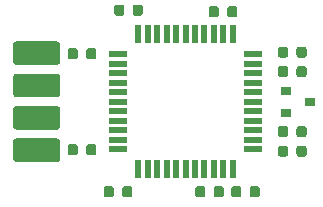
<source format=gbr>
G04 #@! TF.GenerationSoftware,KiCad,Pcbnew,5.1.6-c6e7f7d~86~ubuntu20.04.1*
G04 #@! TF.CreationDate,2020-05-29T14:13:17+02:00*
G04 #@! TF.ProjectId,atari-usb,61746172-692d-4757-9362-2e6b69636164,rev?*
G04 #@! TF.SameCoordinates,Original*
G04 #@! TF.FileFunction,Paste,Bot*
G04 #@! TF.FilePolarity,Positive*
%FSLAX46Y46*%
G04 Gerber Fmt 4.6, Leading zero omitted, Abs format (unit mm)*
G04 Created by KiCad (PCBNEW 5.1.6-c6e7f7d~86~ubuntu20.04.1) date 2020-05-29 14:13:17*
%MOMM*%
%LPD*%
G01*
G04 APERTURE LIST*
%ADD10R,0.900000X0.800000*%
%ADD11R,0.550000X1.500000*%
%ADD12R,1.500000X0.550000*%
G04 APERTURE END LIST*
G36*
G01*
X145217500Y-80007750D02*
X145217500Y-80520250D01*
G75*
G02*
X144998750Y-80739000I-218750J0D01*
G01*
X144561250Y-80739000D01*
G75*
G02*
X144342500Y-80520250I0J218750D01*
G01*
X144342500Y-80007750D01*
G75*
G02*
X144561250Y-79789000I218750J0D01*
G01*
X144998750Y-79789000D01*
G75*
G02*
X145217500Y-80007750I0J-218750D01*
G01*
G37*
G36*
G01*
X146792500Y-80007750D02*
X146792500Y-80520250D01*
G75*
G02*
X146573750Y-80739000I-218750J0D01*
G01*
X146136250Y-80739000D01*
G75*
G02*
X145917500Y-80520250I0J218750D01*
G01*
X145917500Y-80007750D01*
G75*
G02*
X146136250Y-79789000I218750J0D01*
G01*
X146573750Y-79789000D01*
G75*
G02*
X146792500Y-80007750I0J-218750D01*
G01*
G37*
G36*
G01*
X140050000Y-77091250D02*
X140050000Y-76578750D01*
G75*
G02*
X140268750Y-76360000I218750J0D01*
G01*
X140706250Y-76360000D01*
G75*
G02*
X140925000Y-76578750I0J-218750D01*
G01*
X140925000Y-77091250D01*
G75*
G02*
X140706250Y-77310000I-218750J0D01*
G01*
X140268750Y-77310000D01*
G75*
G02*
X140050000Y-77091250I0J218750D01*
G01*
G37*
G36*
G01*
X138475000Y-77091250D02*
X138475000Y-76578750D01*
G75*
G02*
X138693750Y-76360000I218750J0D01*
G01*
X139131250Y-76360000D01*
G75*
G02*
X139350000Y-76578750I0J-218750D01*
G01*
X139350000Y-77091250D01*
G75*
G02*
X139131250Y-77310000I-218750J0D01*
G01*
X138693750Y-77310000D01*
G75*
G02*
X138475000Y-77091250I0J218750D01*
G01*
G37*
G36*
G01*
X138907000Y-92331250D02*
X138907000Y-91818750D01*
G75*
G02*
X139125750Y-91600000I218750J0D01*
G01*
X139563250Y-91600000D01*
G75*
G02*
X139782000Y-91818750I0J-218750D01*
G01*
X139782000Y-92331250D01*
G75*
G02*
X139563250Y-92550000I-218750J0D01*
G01*
X139125750Y-92550000D01*
G75*
G02*
X138907000Y-92331250I0J218750D01*
G01*
G37*
G36*
G01*
X137332000Y-92331250D02*
X137332000Y-91818750D01*
G75*
G02*
X137550750Y-91600000I218750J0D01*
G01*
X137988250Y-91600000D01*
G75*
G02*
X138207000Y-91818750I0J-218750D01*
G01*
X138207000Y-92331250D01*
G75*
G02*
X137988250Y-92550000I-218750J0D01*
G01*
X137550750Y-92550000D01*
G75*
G02*
X137332000Y-92331250I0J218750D01*
G01*
G37*
G36*
G01*
X132049000Y-76964250D02*
X132049000Y-76451750D01*
G75*
G02*
X132267750Y-76233000I218750J0D01*
G01*
X132705250Y-76233000D01*
G75*
G02*
X132924000Y-76451750I0J-218750D01*
G01*
X132924000Y-76964250D01*
G75*
G02*
X132705250Y-77183000I-218750J0D01*
G01*
X132267750Y-77183000D01*
G75*
G02*
X132049000Y-76964250I0J218750D01*
G01*
G37*
G36*
G01*
X130474000Y-76964250D02*
X130474000Y-76451750D01*
G75*
G02*
X130692750Y-76233000I218750J0D01*
G01*
X131130250Y-76233000D01*
G75*
G02*
X131349000Y-76451750I0J-218750D01*
G01*
X131349000Y-76964250D01*
G75*
G02*
X131130250Y-77183000I-218750J0D01*
G01*
X130692750Y-77183000D01*
G75*
G02*
X130474000Y-76964250I0J218750D01*
G01*
G37*
G36*
G01*
X131160000Y-92331250D02*
X131160000Y-91818750D01*
G75*
G02*
X131378750Y-91600000I218750J0D01*
G01*
X131816250Y-91600000D01*
G75*
G02*
X132035000Y-91818750I0J-218750D01*
G01*
X132035000Y-92331250D01*
G75*
G02*
X131816250Y-92550000I-218750J0D01*
G01*
X131378750Y-92550000D01*
G75*
G02*
X131160000Y-92331250I0J218750D01*
G01*
G37*
G36*
G01*
X129585000Y-92331250D02*
X129585000Y-91818750D01*
G75*
G02*
X129803750Y-91600000I218750J0D01*
G01*
X130241250Y-91600000D01*
G75*
G02*
X130460000Y-91818750I0J-218750D01*
G01*
X130460000Y-92331250D01*
G75*
G02*
X130241250Y-92550000I-218750J0D01*
G01*
X129803750Y-92550000D01*
G75*
G02*
X129585000Y-92331250I0J218750D01*
G01*
G37*
G36*
G01*
X145217500Y-88389750D02*
X145217500Y-88902250D01*
G75*
G02*
X144998750Y-89121000I-218750J0D01*
G01*
X144561250Y-89121000D01*
G75*
G02*
X144342500Y-88902250I0J218750D01*
G01*
X144342500Y-88389750D01*
G75*
G02*
X144561250Y-88171000I218750J0D01*
G01*
X144998750Y-88171000D01*
G75*
G02*
X145217500Y-88389750I0J-218750D01*
G01*
G37*
G36*
G01*
X146792500Y-88389750D02*
X146792500Y-88902250D01*
G75*
G02*
X146573750Y-89121000I-218750J0D01*
G01*
X146136250Y-89121000D01*
G75*
G02*
X145917500Y-88902250I0J218750D01*
G01*
X145917500Y-88389750D01*
G75*
G02*
X146136250Y-88171000I218750J0D01*
G01*
X146573750Y-88171000D01*
G75*
G02*
X146792500Y-88389750I0J-218750D01*
G01*
G37*
G36*
G01*
X128112000Y-80647250D02*
X128112000Y-80134750D01*
G75*
G02*
X128330750Y-79916000I218750J0D01*
G01*
X128768250Y-79916000D01*
G75*
G02*
X128987000Y-80134750I0J-218750D01*
G01*
X128987000Y-80647250D01*
G75*
G02*
X128768250Y-80866000I-218750J0D01*
G01*
X128330750Y-80866000D01*
G75*
G02*
X128112000Y-80647250I0J218750D01*
G01*
G37*
G36*
G01*
X126537000Y-80647250D02*
X126537000Y-80134750D01*
G75*
G02*
X126755750Y-79916000I218750J0D01*
G01*
X127193250Y-79916000D01*
G75*
G02*
X127412000Y-80134750I0J-218750D01*
G01*
X127412000Y-80647250D01*
G75*
G02*
X127193250Y-80866000I-218750J0D01*
G01*
X126755750Y-80866000D01*
G75*
G02*
X126537000Y-80647250I0J218750D01*
G01*
G37*
G36*
G01*
X128112000Y-88775250D02*
X128112000Y-88262750D01*
G75*
G02*
X128330750Y-88044000I218750J0D01*
G01*
X128768250Y-88044000D01*
G75*
G02*
X128987000Y-88262750I0J-218750D01*
G01*
X128987000Y-88775250D01*
G75*
G02*
X128768250Y-88994000I-218750J0D01*
G01*
X128330750Y-88994000D01*
G75*
G02*
X128112000Y-88775250I0J218750D01*
G01*
G37*
G36*
G01*
X126537000Y-88775250D02*
X126537000Y-88262750D01*
G75*
G02*
X126755750Y-88044000I218750J0D01*
G01*
X127193250Y-88044000D01*
G75*
G02*
X127412000Y-88262750I0J-218750D01*
G01*
X127412000Y-88775250D01*
G75*
G02*
X127193250Y-88994000I-218750J0D01*
G01*
X126755750Y-88994000D01*
G75*
G02*
X126537000Y-88775250I0J218750D01*
G01*
G37*
D10*
X147050000Y-84455000D03*
X145050000Y-83505000D03*
X145050000Y-85405000D03*
G36*
G01*
X141255000Y-91818750D02*
X141255000Y-92331250D01*
G75*
G02*
X141036250Y-92550000I-218750J0D01*
G01*
X140598750Y-92550000D01*
G75*
G02*
X140380000Y-92331250I0J218750D01*
G01*
X140380000Y-91818750D01*
G75*
G02*
X140598750Y-91600000I218750J0D01*
G01*
X141036250Y-91600000D01*
G75*
G02*
X141255000Y-91818750I0J-218750D01*
G01*
G37*
G36*
G01*
X142830000Y-91818750D02*
X142830000Y-92331250D01*
G75*
G02*
X142611250Y-92550000I-218750J0D01*
G01*
X142173750Y-92550000D01*
G75*
G02*
X141955000Y-92331250I0J218750D01*
G01*
X141955000Y-91818750D01*
G75*
G02*
X142173750Y-91600000I218750J0D01*
G01*
X142611250Y-91600000D01*
G75*
G02*
X142830000Y-91818750I0J-218750D01*
G01*
G37*
G36*
G01*
X145917500Y-82171250D02*
X145917500Y-81658750D01*
G75*
G02*
X146136250Y-81440000I218750J0D01*
G01*
X146573750Y-81440000D01*
G75*
G02*
X146792500Y-81658750I0J-218750D01*
G01*
X146792500Y-82171250D01*
G75*
G02*
X146573750Y-82390000I-218750J0D01*
G01*
X146136250Y-82390000D01*
G75*
G02*
X145917500Y-82171250I0J218750D01*
G01*
G37*
G36*
G01*
X144342500Y-82171250D02*
X144342500Y-81658750D01*
G75*
G02*
X144561250Y-81440000I218750J0D01*
G01*
X144998750Y-81440000D01*
G75*
G02*
X145217500Y-81658750I0J-218750D01*
G01*
X145217500Y-82171250D01*
G75*
G02*
X144998750Y-82390000I-218750J0D01*
G01*
X144561250Y-82390000D01*
G75*
G02*
X144342500Y-82171250I0J218750D01*
G01*
G37*
G36*
G01*
X145917500Y-87251250D02*
X145917500Y-86738750D01*
G75*
G02*
X146136250Y-86520000I218750J0D01*
G01*
X146573750Y-86520000D01*
G75*
G02*
X146792500Y-86738750I0J-218750D01*
G01*
X146792500Y-87251250D01*
G75*
G02*
X146573750Y-87470000I-218750J0D01*
G01*
X146136250Y-87470000D01*
G75*
G02*
X145917500Y-87251250I0J218750D01*
G01*
G37*
G36*
G01*
X144342500Y-87251250D02*
X144342500Y-86738750D01*
G75*
G02*
X144561250Y-86520000I218750J0D01*
G01*
X144998750Y-86520000D01*
G75*
G02*
X145217500Y-86738750I0J-218750D01*
G01*
X145217500Y-87251250D01*
G75*
G02*
X144998750Y-87470000I-218750J0D01*
G01*
X144561250Y-87470000D01*
G75*
G02*
X144342500Y-87251250I0J218750D01*
G01*
G37*
G36*
G01*
X122182000Y-87565000D02*
X125658000Y-87565000D01*
G75*
G02*
X125920000Y-87827000I0J-262000D01*
G01*
X125920000Y-89303000D01*
G75*
G02*
X125658000Y-89565000I-262000J0D01*
G01*
X122182000Y-89565000D01*
G75*
G02*
X121920000Y-89303000I0J262000D01*
G01*
X121920000Y-87827000D01*
G75*
G02*
X122182000Y-87565000I262000J0D01*
G01*
G37*
G36*
G01*
X122182000Y-84825000D02*
X125658000Y-84825000D01*
G75*
G02*
X125920000Y-85087000I0J-262000D01*
G01*
X125920000Y-86563000D01*
G75*
G02*
X125658000Y-86825000I-262000J0D01*
G01*
X122182000Y-86825000D01*
G75*
G02*
X121920000Y-86563000I0J262000D01*
G01*
X121920000Y-85087000D01*
G75*
G02*
X122182000Y-84825000I262000J0D01*
G01*
G37*
G36*
G01*
X122182000Y-82085000D02*
X125658000Y-82085000D01*
G75*
G02*
X125920000Y-82347000I0J-262000D01*
G01*
X125920000Y-83823000D01*
G75*
G02*
X125658000Y-84085000I-262000J0D01*
G01*
X122182000Y-84085000D01*
G75*
G02*
X121920000Y-83823000I0J262000D01*
G01*
X121920000Y-82347000D01*
G75*
G02*
X122182000Y-82085000I262000J0D01*
G01*
G37*
G36*
G01*
X122182000Y-79345000D02*
X125658000Y-79345000D01*
G75*
G02*
X125920000Y-79607000I0J-262000D01*
G01*
X125920000Y-81083000D01*
G75*
G02*
X125658000Y-81345000I-262000J0D01*
G01*
X122182000Y-81345000D01*
G75*
G02*
X121920000Y-81083000I0J262000D01*
G01*
X121920000Y-79607000D01*
G75*
G02*
X122182000Y-79345000I262000J0D01*
G01*
G37*
D11*
X140525000Y-78755000D03*
X139725000Y-78755000D03*
X138925000Y-78755000D03*
X138125000Y-78755000D03*
X137325000Y-78755000D03*
X136525000Y-78755000D03*
X135725000Y-78755000D03*
X134925000Y-78755000D03*
X134125000Y-78755000D03*
X133325000Y-78755000D03*
X132525000Y-78755000D03*
D12*
X130825000Y-80455000D03*
X130825000Y-81255000D03*
X130825000Y-82055000D03*
X130825000Y-82855000D03*
X130825000Y-83655000D03*
X130825000Y-84455000D03*
X130825000Y-85255000D03*
X130825000Y-86055000D03*
X130825000Y-86855000D03*
X130825000Y-87655000D03*
X130825000Y-88455000D03*
D11*
X132525000Y-90155000D03*
X133325000Y-90155000D03*
X134125000Y-90155000D03*
X134925000Y-90155000D03*
X135725000Y-90155000D03*
X136525000Y-90155000D03*
X137325000Y-90155000D03*
X138125000Y-90155000D03*
X138925000Y-90155000D03*
X139725000Y-90155000D03*
X140525000Y-90155000D03*
D12*
X142225000Y-88455000D03*
X142225000Y-87655000D03*
X142225000Y-86855000D03*
X142225000Y-86055000D03*
X142225000Y-85255000D03*
X142225000Y-84455000D03*
X142225000Y-83655000D03*
X142225000Y-82855000D03*
X142225000Y-82055000D03*
X142225000Y-81255000D03*
X142225000Y-80455000D03*
M02*

</source>
